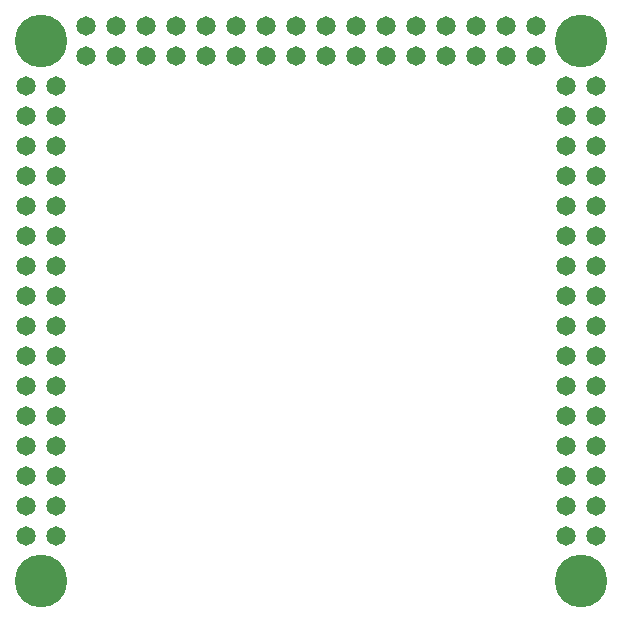
<source format=gbr>
%TF.GenerationSoftware,Altium Limited,Altium Designer,21.2.2 (38)*%
G04 Layer_Color=16711935*
%FSLAX45Y45*%
%MOMM*%
%TF.SameCoordinates,CFC194E4-F73D-46A4-AAE2-90500156CD02*%
%TF.FilePolarity,Negative*%
%TF.FileFunction,Soldermask,Bot*%
G01*
G75*
%TA.AperFunction,ViaPad*%
%ADD13C,4.45000*%
%ADD14C,1.65000*%
D13*
X-2286000Y-2286000D02*
D03*
X2286000D02*
D03*
Y2286000D02*
D03*
X-2286000D02*
D03*
D14*
X-2413000Y-1905000D02*
D03*
Y-1651000D02*
D03*
Y-1397000D02*
D03*
Y-1143000D02*
D03*
X-2159000D02*
D03*
Y-1397000D02*
D03*
Y-1651000D02*
D03*
Y-1905000D02*
D03*
Y-889000D02*
D03*
Y-635000D02*
D03*
Y-381000D02*
D03*
Y-127000D02*
D03*
X-2413000D02*
D03*
Y-381000D02*
D03*
Y-635000D02*
D03*
Y-889000D02*
D03*
X2159000D02*
D03*
X2413000D02*
D03*
Y-1142999D02*
D03*
X2159001Y-1143000D02*
D03*
X2158999Y-1397000D02*
D03*
X2159000Y-1651000D02*
D03*
X2413000Y-1651000D02*
D03*
Y-1905000D02*
D03*
X2159000Y-1905000D02*
D03*
X2413000Y-1397000D02*
D03*
Y-635000D02*
D03*
Y-381001D02*
D03*
X2159000D02*
D03*
Y-635000D02*
D03*
Y-127000D02*
D03*
X2413000D02*
D03*
Y127000D02*
D03*
X2159000D02*
D03*
Y381000D02*
D03*
Y634999D02*
D03*
Y889000D02*
D03*
X2159000Y1143000D02*
D03*
X2413000Y1143000D02*
D03*
Y889000D02*
D03*
Y635000D02*
D03*
Y381000D02*
D03*
X2413000Y1397000D02*
D03*
X2159000Y1397000D02*
D03*
Y1651000D02*
D03*
X2413000Y1651000D02*
D03*
X2413000Y1905000D02*
D03*
X2158999Y1905000D02*
D03*
X1905000Y2159000D02*
D03*
Y2413000D02*
D03*
X1651000D02*
D03*
X1397000D02*
D03*
X1397000Y2159000D02*
D03*
X1651000D02*
D03*
X1143000Y2159000D02*
D03*
Y2413000D02*
D03*
X889000D02*
D03*
X635000D02*
D03*
Y2159000D02*
D03*
X381000D02*
D03*
X127000D02*
D03*
Y2413000D02*
D03*
X381000Y2413000D02*
D03*
X889000Y2159000D02*
D03*
X-127000D02*
D03*
Y2413000D02*
D03*
X-381000Y2413000D02*
D03*
X-635000Y2413000D02*
D03*
X-889000D02*
D03*
Y2159000D02*
D03*
X-1143000Y2159000D02*
D03*
X-1143000Y2413000D02*
D03*
X-1397000Y2413000D02*
D03*
X-1397000Y2159000D02*
D03*
X-1651000D02*
D03*
X-1651000Y2413000D02*
D03*
X-1905000Y2413000D02*
D03*
X-1905000Y2159000D02*
D03*
X-2159000Y1905000D02*
D03*
Y1651000D02*
D03*
Y1397000D02*
D03*
Y1143000D02*
D03*
Y889000D02*
D03*
X-2413000D02*
D03*
Y635000D02*
D03*
X-2159000D02*
D03*
Y381000D02*
D03*
X-2413000D02*
D03*
Y127000D02*
D03*
X-2159000D02*
D03*
X-2413000Y1143000D02*
D03*
Y1397000D02*
D03*
Y1651000D02*
D03*
Y1905000D02*
D03*
X-635000Y2159000D02*
D03*
X-381000D02*
D03*
%TF.MD5,58cea4035fdaf762acce3c9d4ee5acd4*%
M02*

</source>
